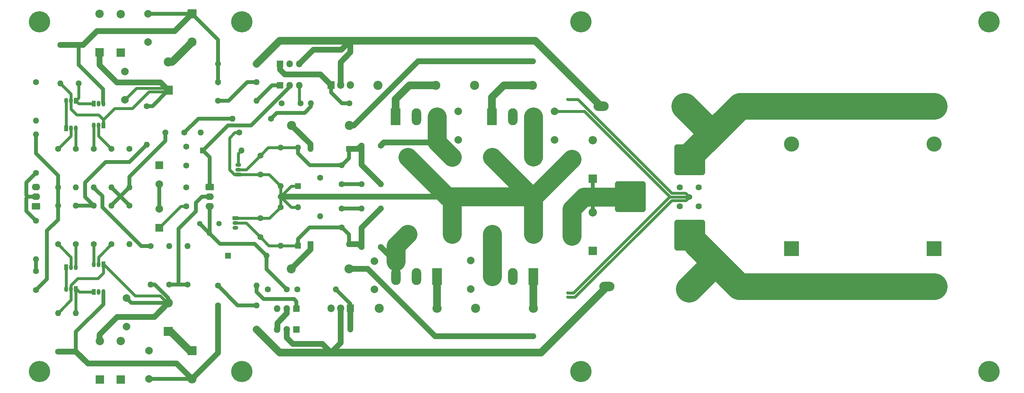
<source format=gbr>
G04 #@! TF.GenerationSoftware,KiCad,Pcbnew,(5.1.5)-3*
G04 #@! TF.CreationDate,2021-05-07T14:02:41+02:00*
G04 #@! TF.ProjectId,LeachAmp_kicad,4c656163-6841-46d7-905f-6b696361642e,rev?*
G04 #@! TF.SameCoordinates,Original*
G04 #@! TF.FileFunction,Copper,L2,Bot*
G04 #@! TF.FilePolarity,Positive*
%FSLAX46Y46*%
G04 Gerber Fmt 4.6, Leading zero omitted, Abs format (unit mm)*
G04 Created by KiCad (PCBNEW (5.1.5)-3) date 2021-05-07 14:02:41*
%MOMM*%
%LPD*%
G04 APERTURE LIST*
%ADD10O,2.400000X2.400000*%
%ADD11C,2.400000*%
%ADD12O,1.800000X1.800000*%
%ADD13R,1.800000X1.800000*%
%ADD14C,5.600000*%
%ADD15O,2.200000X1.740000*%
%ADD16C,0.100000*%
%ADD17O,4.000000X2.500000*%
%ADD18C,1.625600*%
%ADD19O,2.500000X4.500000*%
%ADD20R,2.500000X4.500000*%
%ADD21C,1.440000*%
%ADD22O,1.600000X1.600000*%
%ADD23C,1.600000*%
%ADD24O,1.905000X2.000000*%
%ADD25R,1.905000X2.000000*%
%ADD26R,1.500000X1.050000*%
%ADD27O,1.500000X1.050000*%
%ADD28R,1.050000X1.500000*%
%ADD29O,1.050000X1.500000*%
%ADD30O,2.200000X2.200000*%
%ADD31R,2.200000X2.200000*%
%ADD32R,1.600000X1.600000*%
%ADD33C,2.000000*%
%ADD34R,2.000000X2.000000*%
%ADD35C,4.000000*%
%ADD36R,4.000000X4.000000*%
%ADD37R,2.400000X2.400000*%
%ADD38C,0.800000*%
%ADD39C,1.500000*%
%ADD40C,1.200000*%
%ADD41C,1.000000*%
%ADD42C,1.500000*%
%ADD43C,0.750000*%
%ADD44C,2.000000*%
%ADD45C,5.000000*%
%ADD46C,7.000000*%
%ADD47C,0.254000*%
G04 APERTURE END LIST*
D10*
X207596000Y-62103000D03*
D11*
X192356000Y-62103000D03*
D12*
X140286000Y-121031000D03*
X142826000Y-121031000D03*
D13*
X145366000Y-121031000D03*
D12*
X146128000Y-62103000D03*
X143588000Y-62103000D03*
D13*
X141048000Y-62103000D03*
D14*
X77579000Y-45289000D03*
X77579000Y-137591000D03*
X327961000Y-137591000D03*
X327961000Y-45289000D03*
D15*
X122506000Y-93980000D03*
X122506000Y-91440000D03*
G04 #@! TA.AperFunction,ComponentPad*
D16*
G36*
X123380505Y-88031204D02*
G01*
X123404773Y-88034804D01*
X123428572Y-88040765D01*
X123451671Y-88049030D01*
X123473850Y-88059520D01*
X123494893Y-88072132D01*
X123514599Y-88086747D01*
X123532777Y-88103223D01*
X123549253Y-88121401D01*
X123563868Y-88141107D01*
X123576480Y-88162150D01*
X123586970Y-88184329D01*
X123595235Y-88207428D01*
X123601196Y-88231227D01*
X123604796Y-88255495D01*
X123606000Y-88279999D01*
X123606000Y-89520001D01*
X123604796Y-89544505D01*
X123601196Y-89568773D01*
X123595235Y-89592572D01*
X123586970Y-89615671D01*
X123576480Y-89637850D01*
X123563868Y-89658893D01*
X123549253Y-89678599D01*
X123532777Y-89696777D01*
X123514599Y-89713253D01*
X123494893Y-89727868D01*
X123473850Y-89740480D01*
X123451671Y-89750970D01*
X123428572Y-89759235D01*
X123404773Y-89765196D01*
X123380505Y-89768796D01*
X123356001Y-89770000D01*
X121655999Y-89770000D01*
X121631495Y-89768796D01*
X121607227Y-89765196D01*
X121583428Y-89759235D01*
X121560329Y-89750970D01*
X121538150Y-89740480D01*
X121517107Y-89727868D01*
X121497401Y-89713253D01*
X121479223Y-89696777D01*
X121462747Y-89678599D01*
X121448132Y-89658893D01*
X121435520Y-89637850D01*
X121425030Y-89615671D01*
X121416765Y-89592572D01*
X121410804Y-89568773D01*
X121407204Y-89544505D01*
X121406000Y-89520001D01*
X121406000Y-88279999D01*
X121407204Y-88255495D01*
X121410804Y-88231227D01*
X121416765Y-88207428D01*
X121425030Y-88184329D01*
X121435520Y-88162150D01*
X121448132Y-88141107D01*
X121462747Y-88121401D01*
X121479223Y-88103223D01*
X121497401Y-88086747D01*
X121517107Y-88072132D01*
X121538150Y-88059520D01*
X121560329Y-88049030D01*
X121583428Y-88040765D01*
X121607227Y-88034804D01*
X121631495Y-88031204D01*
X121655999Y-88030000D01*
X123356001Y-88030000D01*
X123380505Y-88031204D01*
G37*
G04 #@! TD.AperFunction*
D17*
X249252000Y-115189000D03*
X227252000Y-115189000D03*
X247728000Y-67564000D03*
X225728000Y-67564000D03*
D18*
X235917000Y-89027000D03*
X230917000Y-89027000D03*
X235917000Y-94027000D03*
X230917000Y-94027000D03*
X251458000Y-78979999D03*
X246458000Y-78979999D03*
X251458000Y-83980000D03*
X246458000Y-83980000D03*
X251458000Y-88980000D03*
X246458000Y-88980000D03*
X251458000Y-93980000D03*
X246458000Y-93980000D03*
X251458000Y-98980000D03*
X246458000Y-98980000D03*
X251458000Y-103980000D03*
X246458000Y-103980000D03*
D14*
X220327000Y-45288000D03*
X130984000Y-45288000D03*
X220327000Y-137592000D03*
X130984000Y-137592000D03*
D19*
X196950000Y-112522000D03*
X202400000Y-112522000D03*
D20*
X207850000Y-112522000D03*
D19*
X207828000Y-70358000D03*
X202378000Y-70358000D03*
D20*
X196928000Y-70358000D03*
D19*
X171550000Y-112522000D03*
X177000000Y-112522000D03*
D20*
X182450000Y-112522000D03*
D19*
X182428000Y-70358000D03*
X176978000Y-70358000D03*
D20*
X171528000Y-70358000D03*
D21*
X119839000Y-98552000D03*
X122379000Y-101092000D03*
X124919000Y-98552000D03*
D22*
X76659000Y-71374000D03*
D23*
X76659000Y-61214000D03*
D10*
X218010000Y-81534000D03*
D11*
X218010000Y-101854000D03*
D10*
X197000000Y-81020000D03*
D11*
X197000000Y-101340000D03*
D10*
X207800000Y-81020000D03*
D11*
X207800000Y-101340000D03*
D10*
X174700000Y-81020000D03*
D11*
X174700000Y-101340000D03*
D10*
X186400000Y-81020000D03*
D11*
X186400000Y-101340000D03*
D10*
X207850000Y-120904000D03*
D11*
X192610000Y-120904000D03*
D10*
X182450000Y-120904000D03*
D11*
X167210000Y-120904000D03*
D10*
X182069000Y-62103000D03*
D11*
X166829000Y-62103000D03*
D22*
X162511000Y-94615000D03*
D23*
X162511000Y-104775000D03*
D22*
X162511000Y-77978000D03*
D23*
X162511000Y-88138000D03*
D22*
X167591000Y-94615000D03*
D23*
X167591000Y-104775000D03*
D22*
X167591000Y-88138000D03*
D23*
X167591000Y-77978000D03*
D22*
X151589000Y-96647000D03*
D23*
X151589000Y-86487000D03*
D22*
X155780000Y-115951000D03*
D23*
X145620000Y-115951000D03*
D22*
X149176000Y-66802000D03*
D23*
X159336000Y-66802000D03*
D22*
X134825000Y-126492000D03*
D23*
X124665000Y-126492000D03*
D22*
X124665000Y-56388000D03*
D23*
X134825000Y-56388000D03*
D10*
X159209000Y-110490000D03*
D11*
X143969000Y-110490000D03*
D10*
X144096000Y-72644000D03*
D11*
X159336000Y-72644000D03*
D22*
X141175000Y-104394000D03*
D23*
X141175000Y-94234000D03*
D22*
X141175000Y-88646000D03*
D23*
X141175000Y-78486000D03*
D22*
X116664000Y-104521000D03*
D23*
X116664000Y-114681000D03*
D22*
X111838000Y-104521000D03*
D23*
X111838000Y-114681000D03*
D22*
X134825000Y-114935000D03*
D23*
X124665000Y-114935000D03*
D22*
X134825000Y-66167000D03*
D23*
X124665000Y-66167000D03*
D22*
X134825000Y-120142000D03*
D23*
X124665000Y-120142000D03*
D22*
X134825000Y-61214000D03*
D23*
X124665000Y-61214000D03*
D22*
X128475000Y-70866000D03*
D23*
X138635000Y-70866000D03*
D22*
X101297000Y-104013000D03*
D23*
X101297000Y-93853000D03*
D22*
X101297000Y-89027000D03*
D23*
X101297000Y-78867000D03*
D22*
X120093000Y-74549000D03*
D23*
X130253000Y-74549000D03*
D22*
X106885000Y-114681000D03*
D23*
X106885000Y-104521000D03*
D22*
X105869000Y-77724000D03*
D23*
X105869000Y-67564000D03*
D22*
X82501000Y-122174000D03*
D23*
X82501000Y-132334000D03*
D22*
X83136000Y-61595000D03*
D23*
X83136000Y-51435000D03*
D22*
X87200000Y-122174000D03*
D23*
X87200000Y-132334000D03*
D22*
X87962000Y-61595000D03*
D23*
X87962000Y-51435000D03*
D22*
X91899000Y-93853000D03*
D23*
X91899000Y-104013000D03*
D22*
X87200000Y-93853000D03*
D23*
X87200000Y-104013000D03*
D22*
X91899000Y-89027000D03*
D23*
X91899000Y-78867000D03*
D22*
X87200000Y-89027000D03*
D23*
X87200000Y-78867000D03*
D22*
X96598000Y-93853000D03*
D23*
X96598000Y-104013000D03*
D22*
X82501000Y-93853000D03*
D23*
X82501000Y-104013000D03*
D22*
X96598000Y-89027000D03*
D23*
X96598000Y-78867000D03*
D22*
X82501000Y-89027000D03*
D23*
X82501000Y-78867000D03*
D22*
X76659000Y-75057000D03*
D23*
X76659000Y-85217000D03*
D22*
X76659000Y-107950000D03*
D23*
X76659000Y-97790000D03*
D24*
X154510000Y-120904000D03*
X157050000Y-120904000D03*
D25*
X159590000Y-120904000D03*
D24*
X159590000Y-61976000D03*
X157050000Y-61976000D03*
D25*
X154510000Y-61976000D03*
D12*
X140286000Y-126492000D03*
X142826000Y-126492000D03*
D13*
X145366000Y-126492000D03*
D12*
X146128000Y-56388000D03*
X143588000Y-56388000D03*
D13*
X141048000Y-56388000D03*
D26*
X129237000Y-97155000D03*
D27*
X129237000Y-99695000D03*
X129237000Y-98425000D03*
D26*
X129999000Y-85598000D03*
D27*
X129999000Y-83058000D03*
X129999000Y-84328000D03*
D28*
X91899000Y-116586000D03*
D29*
X94439000Y-116586000D03*
X93169000Y-116586000D03*
D28*
X91899000Y-66929000D03*
D29*
X94439000Y-66929000D03*
X93169000Y-66929000D03*
D28*
X87200000Y-115824000D03*
D29*
X84660000Y-115824000D03*
X85930000Y-115824000D03*
D28*
X87200000Y-66167000D03*
D29*
X84660000Y-66167000D03*
X85930000Y-66167000D03*
D28*
X94439000Y-109347000D03*
D29*
X91899000Y-109347000D03*
X93169000Y-109347000D03*
D28*
X84660000Y-110109000D03*
D29*
X87200000Y-110109000D03*
X85930000Y-110109000D03*
D28*
X94439000Y-72644000D03*
D29*
X91899000Y-72644000D03*
X93169000Y-72644000D03*
D28*
X84660000Y-73406000D03*
D29*
X87200000Y-73406000D03*
X85930000Y-73406000D03*
D15*
X76659000Y-88900000D03*
X76659000Y-91440000D03*
G04 #@! TA.AperFunction,ComponentPad*
D16*
G36*
X77533505Y-93111204D02*
G01*
X77557773Y-93114804D01*
X77581572Y-93120765D01*
X77604671Y-93129030D01*
X77626850Y-93139520D01*
X77647893Y-93152132D01*
X77667599Y-93166747D01*
X77685777Y-93183223D01*
X77702253Y-93201401D01*
X77716868Y-93221107D01*
X77729480Y-93242150D01*
X77739970Y-93264329D01*
X77748235Y-93287428D01*
X77754196Y-93311227D01*
X77757796Y-93335495D01*
X77759000Y-93359999D01*
X77759000Y-94600001D01*
X77757796Y-94624505D01*
X77754196Y-94648773D01*
X77748235Y-94672572D01*
X77739970Y-94695671D01*
X77729480Y-94717850D01*
X77716868Y-94738893D01*
X77702253Y-94758599D01*
X77685777Y-94776777D01*
X77667599Y-94793253D01*
X77647893Y-94807868D01*
X77626850Y-94820480D01*
X77604671Y-94830970D01*
X77581572Y-94839235D01*
X77557773Y-94845196D01*
X77533505Y-94848796D01*
X77509001Y-94850000D01*
X75808999Y-94850000D01*
X75784495Y-94848796D01*
X75760227Y-94845196D01*
X75736428Y-94839235D01*
X75713329Y-94830970D01*
X75691150Y-94820480D01*
X75670107Y-94807868D01*
X75650401Y-94793253D01*
X75632223Y-94776777D01*
X75615747Y-94758599D01*
X75601132Y-94738893D01*
X75588520Y-94717850D01*
X75578030Y-94695671D01*
X75569765Y-94672572D01*
X75563804Y-94648773D01*
X75560204Y-94624505D01*
X75559000Y-94600001D01*
X75559000Y-93359999D01*
X75560204Y-93335495D01*
X75563804Y-93311227D01*
X75569765Y-93287428D01*
X75578030Y-93264329D01*
X75588520Y-93242150D01*
X75601132Y-93221107D01*
X75615747Y-93201401D01*
X75632223Y-93183223D01*
X75650401Y-93166747D01*
X75670107Y-93152132D01*
X75691150Y-93139520D01*
X75713329Y-93129030D01*
X75736428Y-93120765D01*
X75760227Y-93114804D01*
X75784495Y-93111204D01*
X75808999Y-93110000D01*
X77509001Y-93110000D01*
X77533505Y-93111204D01*
G37*
G04 #@! TD.AperFunction*
D30*
X99011000Y-129540000D03*
D31*
X99011000Y-139700000D03*
D30*
X93486500Y-129540000D03*
D31*
X93486500Y-139700000D03*
D30*
X99011000Y-43307000D03*
D31*
X99011000Y-53467000D03*
D30*
X93423000Y-43180000D03*
D31*
X93423000Y-53340000D03*
D30*
X223471000Y-95631000D03*
D31*
X223471000Y-105791000D03*
D30*
X223471000Y-76581000D03*
D31*
X223471000Y-86741000D03*
D22*
X145747000Y-94234000D03*
D32*
X145747000Y-104394000D03*
D22*
X145747000Y-78486000D03*
D32*
X145747000Y-88646000D03*
D22*
X137492000Y-107061000D03*
D32*
X127332000Y-107061000D03*
D22*
X130888000Y-79248000D03*
D32*
X120728000Y-79248000D03*
D22*
X159209000Y-104013000D03*
D32*
X149049000Y-104013000D03*
D22*
X149049000Y-78867000D03*
D32*
X159209000Y-78867000D03*
D33*
X109171000Y-88185000D03*
D34*
X109171000Y-83185000D03*
D33*
X109171000Y-94695000D03*
D34*
X109171000Y-99695000D03*
D33*
X165940000Y-108451000D03*
X165940000Y-115951000D03*
D35*
X275922000Y-77564000D03*
D36*
X275922000Y-67564000D03*
D35*
X313514000Y-115156000D03*
D36*
X313514000Y-105156000D03*
D33*
X191340000Y-115831000D03*
X191340000Y-108331000D03*
X213438000Y-76461000D03*
X213438000Y-68961000D03*
D35*
X275922000Y-115156000D03*
D36*
X275922000Y-105156000D03*
D35*
X313514000Y-77564000D03*
D36*
X313514000Y-67564000D03*
D23*
X157304000Y-94615000D03*
X157304000Y-99615000D03*
X157304000Y-83138000D03*
X157304000Y-88138000D03*
X135841000Y-97155000D03*
X135841000Y-102155000D03*
X135841000Y-80598000D03*
X135841000Y-85598000D03*
D33*
X106504000Y-139573000D03*
X106504000Y-132073000D03*
X106250000Y-50673000D03*
X106250000Y-43173000D03*
D11*
X117807000Y-139580000D03*
D37*
X117807000Y-132080000D03*
D11*
X117807000Y-50680000D03*
D37*
X117807000Y-43180000D03*
D23*
X137826000Y-115951000D03*
X142826000Y-115951000D03*
X146429000Y-66802000D03*
X141429000Y-66802000D03*
X115822000Y-74549000D03*
X110822000Y-74549000D03*
X116283000Y-83232000D03*
X116283000Y-78232000D03*
X116283000Y-88980000D03*
X116283000Y-93980000D03*
D33*
X188038000Y-76461000D03*
X188038000Y-68961000D03*
D11*
X111584000Y-119500000D03*
D37*
X111584000Y-127000000D03*
D11*
X111584000Y-55873000D03*
D37*
X111584000Y-63373000D03*
D33*
X100535000Y-118230000D03*
X100535000Y-125730000D03*
X100154000Y-65913000D03*
X100154000Y-58413000D03*
D23*
X76659000Y-116125000D03*
X76659000Y-111125000D03*
D38*
X216867000Y-116840000D03*
X216867000Y-117983000D03*
X216867000Y-65786000D03*
D39*
X248958000Y-91527000D03*
D40*
X207850000Y-128270000D03*
X207723000Y-55753000D03*
X159600000Y-126492000D03*
D41*
X82501000Y-93853000D02*
X82501000Y-89027000D01*
X76659000Y-75057000D02*
X76659000Y-80010000D01*
X82501000Y-85852000D02*
X82501000Y-89027000D01*
X76659000Y-80010000D02*
X82501000Y-85852000D01*
X82501000Y-97536000D02*
X82501000Y-93853000D01*
X76659000Y-116125000D02*
X79580000Y-113204000D01*
X79580000Y-100457000D02*
X82501000Y-97536000D01*
X79580000Y-113204000D02*
X79580000Y-100457000D01*
X76659000Y-107950000D02*
X76659000Y-111125000D01*
X107393000Y-67564000D02*
X105869000Y-67564000D01*
X111584000Y-63373000D02*
X107393000Y-67564000D01*
D42*
X109552000Y-61341000D02*
X111584000Y-63373000D01*
X97995000Y-61341000D02*
X109552000Y-61341000D01*
X93423000Y-53340000D02*
X93423000Y-56769000D01*
X93423000Y-56769000D02*
X97995000Y-61341000D01*
D43*
X111076000Y-62865000D02*
X111584000Y-63373000D01*
X100154000Y-65913000D02*
X103202000Y-62865000D01*
X103202000Y-62865000D02*
X111076000Y-62865000D01*
X111203000Y-63754000D02*
X111584000Y-63373000D01*
X94439000Y-71144000D02*
X97384000Y-68199000D01*
X97384000Y-68199000D02*
X102059000Y-68199000D01*
X106504000Y-63754000D02*
X111203000Y-63754000D01*
X102059000Y-68199000D02*
X106504000Y-63754000D01*
X85930000Y-64389000D02*
X85930000Y-66167000D01*
X83136000Y-61595000D02*
X85930000Y-64389000D01*
X85930000Y-66167000D02*
X85930000Y-66929000D01*
X85930000Y-66929000D02*
X85930000Y-68326000D01*
X85930000Y-68326000D02*
X87454000Y-69850000D01*
X94439000Y-71144000D02*
X94439000Y-72644000D01*
X93145000Y-69850000D02*
X94439000Y-71144000D01*
X87454000Y-69850000D02*
X93145000Y-69850000D01*
X213438000Y-68961000D02*
X221312000Y-68961000D01*
X221312000Y-68961000D02*
X243391001Y-91040001D01*
X218391000Y-116840000D02*
X216867000Y-116840000D01*
X243791000Y-91440000D02*
X218391000Y-116840000D01*
X216867000Y-116840000D02*
X216867000Y-116840000D01*
X217248000Y-117983000D02*
X217248000Y-117983000D01*
X216867000Y-117983000D02*
X216867000Y-117983000D01*
X217248000Y-117983000D02*
X216867000Y-117983000D01*
X218772000Y-117983000D02*
X217248000Y-117983000D01*
X244299000Y-92456000D02*
X218772000Y-117983000D01*
X248958000Y-91527000D02*
X248029000Y-92456000D01*
X248029000Y-92456000D02*
X244299000Y-92456000D01*
X243878000Y-91527000D02*
X248958000Y-91527000D01*
X243791000Y-91440000D02*
X243878000Y-91527000D01*
X243391001Y-91040001D02*
X243791000Y-91440000D01*
X247982000Y-90551000D02*
X248958000Y-91527000D01*
X244345002Y-90551000D02*
X247982000Y-90551000D01*
X216867000Y-65786000D02*
X219580002Y-65786000D01*
X219580002Y-65786000D02*
X244345002Y-90551000D01*
D44*
X112607000Y-55873000D02*
X111584000Y-55873000D01*
X116600001Y-51879999D02*
X112607000Y-55873000D01*
X117807000Y-50680000D02*
X116607001Y-51879999D01*
X116607001Y-51879999D02*
X116600001Y-51879999D01*
D41*
X207723000Y-55753000D02*
X207723000Y-55753000D01*
X207850000Y-128270000D02*
X207850000Y-128270000D01*
D44*
X117190000Y-132080000D02*
X117807000Y-132080000D01*
X111584000Y-127000000D02*
X112110000Y-127000000D01*
X112110000Y-127000000D02*
X117190000Y-132080000D01*
D42*
X181930000Y-128270000D02*
X207850000Y-128270000D01*
X159209000Y-110490000D02*
X164150000Y-110490000D01*
X164150000Y-110490000D02*
X181930000Y-128270000D01*
X207723000Y-55753000D02*
X177387000Y-55753000D01*
X160496000Y-72644000D02*
X159336000Y-72644000D01*
X177387000Y-55753000D02*
X160496000Y-72644000D01*
X93423000Y-127857366D02*
X98090366Y-123190000D01*
X93423000Y-129413000D02*
X93423000Y-127857366D01*
X107894000Y-123190000D02*
X111584000Y-119500000D01*
X98090366Y-123190000D02*
X107894000Y-123190000D01*
D41*
X109886944Y-119500000D02*
X109879944Y-119507000D01*
X111584000Y-119500000D02*
X109886944Y-119500000D01*
X101812000Y-119507000D02*
X100535000Y-118230000D01*
X109879944Y-119507000D02*
X101812000Y-119507000D01*
X108028000Y-114681000D02*
X106885000Y-114681000D01*
X111584000Y-119500000D02*
X111584000Y-118237000D01*
X111584000Y-118237000D02*
X108028000Y-114681000D01*
D43*
X94439000Y-109347000D02*
X94566000Y-109347000D01*
X111326500Y-119500000D02*
X111584000Y-119500000D01*
X109428500Y-117602000D02*
X111326500Y-119500000D01*
X102821000Y-117602000D02*
X109428500Y-117602000D01*
X94566000Y-109347000D02*
X102821000Y-117602000D01*
X94439000Y-111633000D02*
X94439000Y-109347000D01*
X87683998Y-113030000D02*
X93042000Y-113030000D01*
X93042000Y-113030000D02*
X94439000Y-111633000D01*
X85930000Y-115824000D02*
X85930000Y-114783998D01*
X85930000Y-114783998D02*
X87683998Y-113030000D01*
X85930000Y-118745000D02*
X82501000Y-122174000D01*
X85930000Y-115824000D02*
X85930000Y-118745000D01*
D44*
X167337000Y-50292000D02*
X159590000Y-50292000D01*
X208358000Y-50292000D02*
X167337000Y-50292000D01*
X225728000Y-67564000D02*
X225630000Y-67564000D01*
X225630000Y-67564000D02*
X208358000Y-50292000D01*
D42*
X157177000Y-52705000D02*
X159590000Y-50292000D01*
X146128000Y-56388000D02*
X149811000Y-52705000D01*
X149811000Y-52705000D02*
X157177000Y-52705000D01*
D44*
X146636000Y-50292000D02*
X159590000Y-50292000D01*
X134825000Y-56388000D02*
X140921000Y-50292000D01*
X140921000Y-50292000D02*
X146636000Y-50292000D01*
D42*
X159590000Y-53350000D02*
X159590000Y-50292000D01*
X157000000Y-55940000D02*
X159590000Y-53350000D01*
X157050000Y-61976000D02*
X157000000Y-61926000D01*
X157000000Y-61926000D02*
X157000000Y-55940000D01*
D43*
X114886000Y-93980000D02*
X116283000Y-93980000D01*
X109171000Y-99695000D02*
X114886000Y-93980000D01*
D41*
X119505000Y-70866000D02*
X115822000Y-74549000D01*
X128475000Y-70866000D02*
X119505000Y-70866000D01*
X110822000Y-76708000D02*
X110822000Y-74549000D01*
X101297000Y-89027000D02*
X101297000Y-86233000D01*
X101297000Y-86233000D02*
X110822000Y-76708000D01*
X96598000Y-93726000D02*
X101297000Y-89027000D01*
X96598000Y-93853000D02*
X96598000Y-93726000D01*
X101297000Y-93726000D02*
X98955500Y-91384500D01*
X101297000Y-93853000D02*
X101297000Y-93726000D01*
X98955500Y-91384500D02*
X96598000Y-89027000D01*
D43*
X146128000Y-66755000D02*
X146175000Y-66802000D01*
X87962000Y-65405000D02*
X87962000Y-61595000D01*
X87200000Y-66167000D02*
X87962000Y-65405000D01*
X87962000Y-66929000D02*
X87200000Y-66167000D01*
X91899000Y-66929000D02*
X87962000Y-66929000D01*
X146128000Y-66501000D02*
X146429000Y-66802000D01*
X146128000Y-62103000D02*
X146128000Y-66501000D01*
D41*
X143588000Y-62484000D02*
X143588000Y-62103000D01*
X120728000Y-79248000D02*
X127332000Y-72644000D01*
X133428000Y-72644000D02*
X143588000Y-62484000D01*
X127332000Y-72644000D02*
X133428000Y-72644000D01*
X122506000Y-81026000D02*
X120728000Y-79248000D01*
X122506000Y-88900000D02*
X122506000Y-81026000D01*
D43*
X87200000Y-115824000D02*
X87327000Y-115824000D01*
X88089000Y-116586000D02*
X91899000Y-116586000D01*
X87327000Y-115824000D02*
X88089000Y-116586000D01*
X87200000Y-122174000D02*
X87200000Y-115824000D01*
D41*
X119839000Y-98552000D02*
X122379000Y-101092000D01*
X137492000Y-110617000D02*
X142826000Y-115951000D01*
X137492000Y-107061000D02*
X137492000Y-110617000D01*
X134317000Y-103886000D02*
X137492000Y-107061000D01*
X122379000Y-101092000D02*
X125173000Y-103886000D01*
X125173000Y-103886000D02*
X134317000Y-103886000D01*
X122506000Y-100965000D02*
X122379000Y-101092000D01*
X122506000Y-93980000D02*
X122506000Y-100965000D01*
D42*
X142826000Y-122303792D02*
X142826000Y-121031000D01*
X140300000Y-124829792D02*
X142826000Y-122303792D01*
X140286000Y-126492000D02*
X140300000Y-126478000D01*
X140300000Y-126478000D02*
X140300000Y-124829792D01*
X83136000Y-51435000D02*
X87962000Y-51435000D01*
X113235000Y-47752000D02*
X117807000Y-43180000D01*
X92776370Y-47752000D02*
X113235000Y-47752000D01*
X87962000Y-51435000D02*
X89093370Y-51435000D01*
X89093370Y-51435000D02*
X92776370Y-47752000D01*
D41*
X117800000Y-43173000D02*
X117807000Y-43180000D01*
X106250000Y-43173000D02*
X117800000Y-43173000D01*
X124665000Y-56388000D02*
X124665000Y-61595000D01*
X124665000Y-50038000D02*
X124665000Y-56388000D01*
X117807000Y-43180000D02*
X124665000Y-50038000D01*
X94394010Y-66757010D02*
X94394010Y-63074010D01*
X94439000Y-66929000D02*
X94439000Y-66802000D01*
X94439000Y-66802000D02*
X94394010Y-66757010D01*
X87962000Y-56642000D02*
X87962000Y-51435000D01*
X94394010Y-63074010D02*
X87962000Y-56642000D01*
D42*
X106511000Y-139580000D02*
X106504000Y-139573000D01*
D41*
X117807000Y-139580000D02*
X106511000Y-139580000D01*
D42*
X113736000Y-135509000D02*
X117807000Y-139580000D01*
X87200000Y-132334000D02*
X90375000Y-135509000D01*
X90375000Y-135509000D02*
X113736000Y-135509000D01*
X87200000Y-132334000D02*
X82501000Y-132334000D01*
X119006999Y-138380001D02*
X119006999Y-138373001D01*
X117807000Y-139580000D02*
X119006999Y-138380001D01*
X124665000Y-132715000D02*
X124665000Y-125095000D01*
X119006999Y-138373001D02*
X124665000Y-132715000D01*
X124665000Y-120142000D02*
X124665000Y-125095000D01*
D41*
X87200000Y-131202630D02*
X87200000Y-132334000D01*
X87200000Y-127127000D02*
X87200000Y-131202630D01*
X94439000Y-116586000D02*
X94439000Y-119888000D01*
X94439000Y-119888000D02*
X87200000Y-127127000D01*
D43*
X141175000Y-78486000D02*
X145747000Y-78486000D01*
D41*
X145747000Y-80010000D02*
X145747000Y-78486000D01*
X157304000Y-83138000D02*
X148875000Y-83138000D01*
X148875000Y-83138000D02*
X145747000Y-80010000D01*
X159209000Y-81280000D02*
X159209000Y-78867000D01*
X157304000Y-83138000D02*
X157351000Y-83138000D01*
X157351000Y-83138000D02*
X159209000Y-81280000D01*
D43*
X132111000Y-84328000D02*
X135841000Y-80598000D01*
X129999000Y-84328000D02*
X132111000Y-84328000D01*
X135841000Y-80598000D02*
X137826000Y-78613000D01*
X137953000Y-78486000D02*
X137826000Y-78613000D01*
X141175000Y-78486000D02*
X137953000Y-78486000D01*
D42*
X161622000Y-78867000D02*
X162511000Y-77978000D01*
X159209000Y-78867000D02*
X161622000Y-78867000D01*
X162511000Y-83058000D02*
X167591000Y-88138000D01*
X162511000Y-77978000D02*
X162511000Y-83058000D01*
D45*
X186260000Y-91440000D02*
X197055000Y-91440000D01*
X197055000Y-91440000D02*
X197436000Y-91440000D01*
X208104000Y-91440000D02*
X218010000Y-81534000D01*
X197055000Y-91440000D02*
X208104000Y-91440000D01*
D43*
X141175000Y-91440000D02*
X141175000Y-88646000D01*
X141175000Y-94234000D02*
X141175000Y-91440000D01*
X143969000Y-88646000D02*
X145747000Y-88646000D01*
X141175000Y-91440000D02*
X143969000Y-88646000D01*
X141175000Y-91440000D02*
X143969000Y-94234000D01*
X143969000Y-94234000D02*
X145747000Y-94234000D01*
D45*
X196674000Y-91440000D02*
X197055000Y-91440000D01*
D42*
X141175000Y-91440000D02*
X186260000Y-91440000D01*
D43*
X129999000Y-85598000D02*
X135841000Y-85598000D01*
X138127000Y-85598000D02*
X141175000Y-88646000D01*
X135841000Y-85598000D02*
X138127000Y-85598000D01*
X129237000Y-97155000D02*
X135841000Y-97155000D01*
X138254000Y-97155000D02*
X141175000Y-94234000D01*
X135841000Y-97155000D02*
X138254000Y-97155000D01*
X128983000Y-85598000D02*
X129999000Y-85598000D01*
X127713000Y-75957630D02*
X127713000Y-84328000D01*
X130253000Y-74549000D02*
X129121630Y-74549000D01*
X127713000Y-84328000D02*
X128983000Y-85598000D01*
X129121630Y-74549000D02*
X127713000Y-75957630D01*
D45*
X207800000Y-91744000D02*
X207800000Y-101340000D01*
X208104000Y-91440000D02*
X207800000Y-91744000D01*
X207420000Y-91440000D02*
X197000000Y-81020000D01*
X208104000Y-91440000D02*
X207420000Y-91440000D01*
X185120000Y-91440000D02*
X174700000Y-81020000D01*
X186260000Y-91440000D02*
X185120000Y-91440000D01*
X186400000Y-91580000D02*
X186400000Y-101340000D01*
X186260000Y-91440000D02*
X186400000Y-91580000D01*
D43*
X141175000Y-104394000D02*
X145747000Y-104394000D01*
D41*
X145747000Y-102594000D02*
X145747000Y-104394000D01*
X148773000Y-99568000D02*
X145747000Y-102594000D01*
X157304000Y-99615000D02*
X157257000Y-99568000D01*
X157257000Y-99568000D02*
X148773000Y-99568000D01*
D43*
X132111000Y-98425000D02*
X135841000Y-102155000D01*
X129237000Y-98425000D02*
X132111000Y-98425000D01*
X138080000Y-104394000D02*
X141175000Y-104394000D01*
X135841000Y-102155000D02*
X138080000Y-104394000D01*
D42*
X161749000Y-104013000D02*
X162511000Y-104775000D01*
X159209000Y-104013000D02*
X161749000Y-104013000D01*
X162511000Y-99695000D02*
X167591000Y-94615000D01*
X162511000Y-104775000D02*
X162511000Y-99695000D01*
D41*
X157351000Y-99615000D02*
X159209000Y-101473000D01*
X159209000Y-101473000D02*
X159209000Y-104013000D01*
X157304000Y-99615000D02*
X157351000Y-99615000D01*
X157304000Y-88138000D02*
X162511000Y-88138000D01*
D45*
X207828000Y-70358000D02*
X207828000Y-80992000D01*
D41*
X157304000Y-94615000D02*
X162511000Y-94615000D01*
D45*
X196950000Y-101390000D02*
X197000000Y-101340000D01*
X196950000Y-112522000D02*
X196950000Y-101390000D01*
D46*
X313514000Y-67564000D02*
X275922000Y-67564000D01*
X275922000Y-67564000D02*
X262333000Y-67564000D01*
X262333000Y-67564000D02*
X248490000Y-81407000D01*
X254078000Y-73914000D02*
X247728000Y-67564000D01*
X254078000Y-75692000D02*
X254078000Y-73914000D01*
X313514000Y-115156000D02*
X275922000Y-115156000D01*
D45*
X275889000Y-115189000D02*
X275922000Y-115156000D01*
D46*
X262079000Y-115156000D02*
X250903000Y-103980000D01*
X275922000Y-115156000D02*
X262079000Y-115156000D01*
X254586000Y-107823000D02*
X253951000Y-107188000D01*
X248871000Y-115824000D02*
X255729000Y-108966000D01*
X254586000Y-108331000D02*
X254586000Y-107823000D01*
D44*
X227252000Y-115189000D02*
X227252000Y-115218000D01*
X227252000Y-115218000D02*
X209882000Y-132588000D01*
X209882000Y-132588000D02*
X154510000Y-132588000D01*
X140921000Y-132588000D02*
X134825000Y-126492000D01*
X154510000Y-132588000D02*
X140921000Y-132588000D01*
D42*
X157000000Y-130098000D02*
X154510000Y-132588000D01*
X157050000Y-120904000D02*
X157000000Y-120954000D01*
X157000000Y-120954000D02*
X157000000Y-130098000D01*
X152224000Y-130302000D02*
X154510000Y-132588000D01*
X142823208Y-128740000D02*
X144385208Y-130302000D01*
X144385208Y-130302000D02*
X152224000Y-130302000D01*
X142823208Y-127767584D02*
X142823208Y-128740000D01*
X142826000Y-127764792D02*
X142823208Y-127767584D01*
X142826000Y-126492000D02*
X142826000Y-127764792D01*
D41*
X109171000Y-88185000D02*
X109171000Y-94695000D01*
D42*
X149049000Y-77597000D02*
X144096000Y-72644000D01*
X149049000Y-78867000D02*
X149049000Y-77597000D01*
X149049000Y-105410000D02*
X149049000Y-104013000D01*
X143969000Y-110490000D02*
X149049000Y-105410000D01*
D43*
X129999000Y-80137000D02*
X129999000Y-83058000D01*
X130888000Y-79248000D02*
X129999000Y-80137000D01*
D45*
X218010000Y-101854000D02*
X218010000Y-98171000D01*
X218010000Y-98171000D02*
X218010000Y-94742000D01*
X218010000Y-94742000D02*
X221185000Y-91567000D01*
X221185000Y-91567000D02*
X233250000Y-91567000D01*
D41*
X221185000Y-91916366D02*
X221185000Y-91567000D01*
X223439366Y-91916366D02*
X223471000Y-91948000D01*
X221185000Y-91916366D02*
X223439366Y-91916366D01*
X223471000Y-86741000D02*
X223471000Y-91948000D01*
X223471000Y-91948000D02*
X223471000Y-95631000D01*
X74119000Y-87757000D02*
X76659000Y-85217000D01*
X74119000Y-91000000D02*
X74119000Y-87757000D01*
X76659000Y-91440000D02*
X74559000Y-91440000D01*
X74559000Y-91440000D02*
X74119000Y-91000000D01*
X74119000Y-91880000D02*
X74559000Y-91440000D01*
X76659000Y-97790000D02*
X74119000Y-95250000D01*
X74119000Y-95250000D02*
X74119000Y-91880000D01*
D43*
X84660000Y-73406000D02*
X84660000Y-66167000D01*
X87200000Y-78867000D02*
X87200000Y-73406000D01*
X85930000Y-75438000D02*
X82501000Y-78867000D01*
X85930000Y-73406000D02*
X85930000Y-75438000D01*
X91899000Y-78867000D02*
X91899000Y-72644000D01*
X93169000Y-75438000D02*
X96598000Y-78867000D01*
X93169000Y-72644000D02*
X93169000Y-75438000D01*
X84660000Y-110109000D02*
X84660000Y-115824000D01*
X87200000Y-110109000D02*
X87200000Y-104013000D01*
X82501000Y-104013000D02*
X85930000Y-107442000D01*
X85930000Y-107442000D02*
X85930000Y-110109000D01*
X91899000Y-109347000D02*
X91899000Y-104013000D01*
X93169000Y-107442000D02*
X96598000Y-104013000D01*
X93169000Y-109347000D02*
X93169000Y-107442000D01*
D41*
X132412000Y-61214000D02*
X134825000Y-61214000D01*
X124665000Y-66167000D02*
X127459000Y-66167000D01*
X127459000Y-66167000D02*
X132412000Y-61214000D01*
X129872000Y-120142000D02*
X124665000Y-114935000D01*
X134825000Y-120142000D02*
X129872000Y-120142000D01*
X138889000Y-62103000D02*
X134825000Y-66167000D01*
X141048000Y-62103000D02*
X138889000Y-62103000D01*
X145366000Y-119131000D02*
X145366000Y-121031000D01*
X144726000Y-118491000D02*
X145366000Y-119131000D01*
X136730000Y-118491000D02*
X144726000Y-118491000D01*
X134825000Y-114935000D02*
X134825000Y-116586000D01*
X134825000Y-116586000D02*
X136730000Y-118491000D01*
D42*
X151716000Y-59182000D02*
X154510000Y-61976000D01*
X142318000Y-59182000D02*
X151716000Y-59182000D01*
X141048000Y-56388000D02*
X141048000Y-57912000D01*
X141048000Y-57912000D02*
X142318000Y-59182000D01*
D41*
X154510000Y-63976000D02*
X157374000Y-66840000D01*
X154510000Y-61976000D02*
X154510000Y-63976000D01*
X157412000Y-66802000D02*
X159336000Y-66802000D01*
X157374000Y-66840000D02*
X157412000Y-66802000D01*
X159590000Y-119761000D02*
X155780000Y-115951000D01*
X159590000Y-120904000D02*
X159590000Y-119761000D01*
D42*
X159590000Y-126482000D02*
X159600000Y-126492000D01*
X159590000Y-120904000D02*
X159590000Y-126482000D01*
D41*
X94185000Y-91313000D02*
X92698999Y-89826999D01*
X94185000Y-94234000D02*
X94185000Y-91313000D01*
X106885000Y-104521000D02*
X104472000Y-104521000D01*
X92698999Y-89826999D02*
X91899000Y-89027000D01*
X104472000Y-104521000D02*
X94185000Y-94234000D01*
X87327000Y-93853000D02*
X91899000Y-93853000D01*
X101297000Y-82296000D02*
X105869000Y-77724000D01*
X89613000Y-87757000D02*
X95074000Y-82296000D01*
X91899000Y-93853000D02*
X89613000Y-91567000D01*
X95074000Y-82296000D02*
X101297000Y-82296000D01*
X89613000Y-91567000D02*
X89613000Y-87757000D01*
X147525000Y-69342000D02*
X149176000Y-67691000D01*
X149176000Y-67691000D02*
X149176000Y-66802000D01*
X138635000Y-70866000D02*
X140159000Y-69342000D01*
X140159000Y-69342000D02*
X147525000Y-69342000D01*
D45*
X182428000Y-77048000D02*
X186400000Y-81020000D01*
X182428000Y-70358000D02*
X182428000Y-77048000D01*
D42*
X168390999Y-77178001D02*
X182788001Y-77178001D01*
X167591000Y-77978000D02*
X168390999Y-77178001D01*
X182788001Y-77178001D02*
X182850000Y-77240000D01*
D41*
X182428000Y-77048000D02*
X182850000Y-77240000D01*
X167591000Y-104775000D02*
X169496000Y-106680000D01*
D45*
X171550000Y-104490000D02*
X174700000Y-101340000D01*
X171550000Y-108540000D02*
X171550000Y-104490000D01*
D42*
X171550000Y-108734000D02*
X171550000Y-112522000D01*
X167591000Y-104775000D02*
X171550000Y-108734000D01*
D44*
X182069000Y-62103000D02*
X175137000Y-62103000D01*
X171528000Y-65712000D02*
X171528000Y-70358000D01*
X175137000Y-62103000D02*
X171528000Y-65712000D01*
X182450000Y-120904000D02*
X182450000Y-112522000D01*
X201059000Y-62103000D02*
X207596000Y-62103000D01*
X200037000Y-62103000D02*
X201059000Y-62103000D01*
X196928000Y-70358000D02*
X196928000Y-65212000D01*
X196928000Y-65212000D02*
X200037000Y-62103000D01*
X207850000Y-120904000D02*
X207850000Y-112522000D01*
D41*
X111838000Y-114681000D02*
X116664000Y-114681000D01*
X118823000Y-95377000D02*
X114251000Y-99949000D01*
X118823000Y-93023000D02*
X118823000Y-95377000D01*
X122506000Y-91440000D02*
X120406000Y-91440000D01*
X114251000Y-99949000D02*
X114251000Y-114427000D01*
X120406000Y-91440000D02*
X118823000Y-93023000D01*
D47*
G36*
X252935000Y-78149606D02*
G01*
X252935000Y-85172394D01*
X252509394Y-85598000D01*
X245486606Y-85598000D01*
X245061000Y-85172394D01*
X245061000Y-78149606D01*
X245486606Y-77724000D01*
X252509394Y-77724000D01*
X252935000Y-78149606D01*
G37*
X252935000Y-78149606D02*
X252935000Y-85172394D01*
X252509394Y-85598000D01*
X245486606Y-85598000D01*
X245061000Y-85172394D01*
X245061000Y-78149606D01*
X245486606Y-77724000D01*
X252509394Y-77724000D01*
X252935000Y-78149606D01*
G36*
X252935000Y-98088606D02*
G01*
X252935000Y-105111394D01*
X252509394Y-105537000D01*
X245486606Y-105537000D01*
X245061000Y-105111394D01*
X245061000Y-98088606D01*
X245486606Y-97663000D01*
X252509394Y-97663000D01*
X252935000Y-98088606D01*
G37*
X252935000Y-98088606D02*
X252935000Y-105111394D01*
X252509394Y-105537000D01*
X245486606Y-105537000D01*
X245061000Y-105111394D01*
X245061000Y-98088606D01*
X245486606Y-97663000D01*
X252509394Y-97663000D01*
X252935000Y-98088606D01*
G36*
X237314000Y-87928606D02*
G01*
X237314000Y-94951394D01*
X236888394Y-95377000D01*
X229865606Y-95377000D01*
X229440000Y-94951394D01*
X229440000Y-87928606D01*
X229865606Y-87503000D01*
X236888394Y-87503000D01*
X237314000Y-87928606D01*
G37*
X237314000Y-87928606D02*
X237314000Y-94951394D01*
X236888394Y-95377000D01*
X229865606Y-95377000D01*
X229440000Y-94951394D01*
X229440000Y-87928606D01*
X229865606Y-87503000D01*
X236888394Y-87503000D01*
X237314000Y-87928606D01*
M02*

</source>
